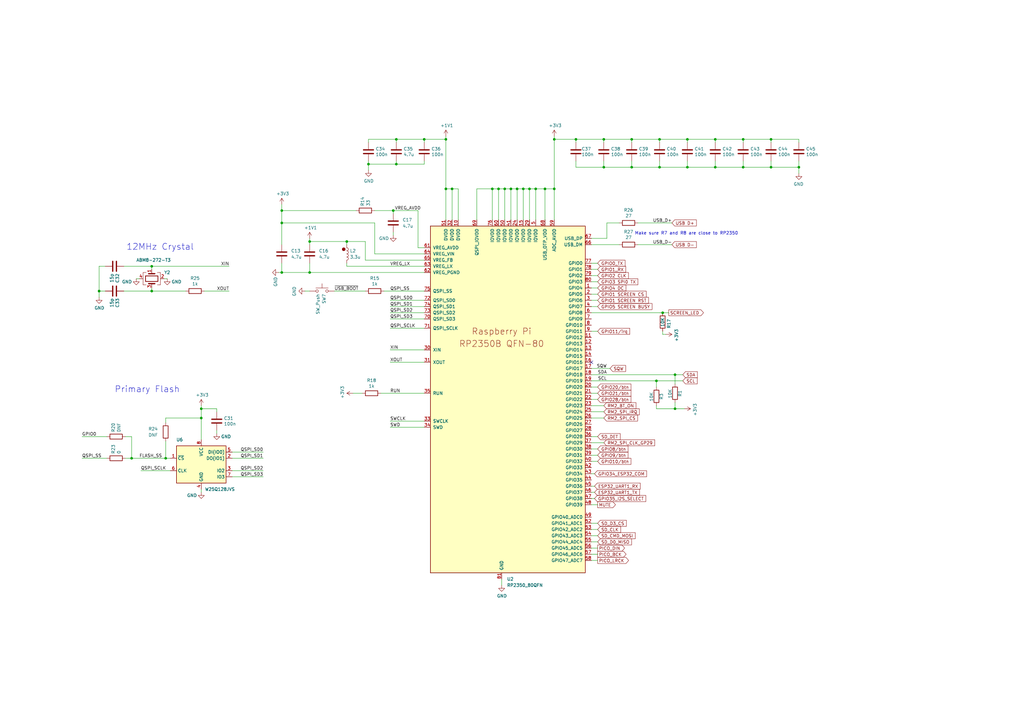
<source format=kicad_sch>
(kicad_sch (version 20250114) (generator "eeschema") (generator_version "9.0")
  (paper "A3")
  (lib_symbols
    (symbol "Device:C" (pin_numbers (hide yes)) (pin_names (offset 0.254))
      (property "Reference" "C" (at 0.635 2.54 0))
      (property "Value" "C" (at 0.635 -2.54 0))
      (symbol "C_0_1"
        (polyline (pts (xy -2.032 0.762) (xy 2.032 0.762)) (stroke (width 0.508)))
        (polyline (pts (xy -2.032 -0.762) (xy 2.032 -0.762)) (stroke (width 0.508)))
      )
      (symbol "C_1_1"
        (pin passive line (at 0 3.81 270) (length 2.794) (name "~") (number "1"))
        (pin passive line (at 0 -3.81 90) (length 2.794) (name "~") (number "2"))
      )
    )
    (symbol "Device:Crystal_GND24" (pin_names (offset 1.016) (hide yes))
      (property "Reference" "Y" (at 3.175 5.08 0))
      (property "Value" "Crystal_GND24" (at 3.175 3.175 0))
      (symbol "Crystal_GND24_0_1"
        (polyline (pts (xy -2.54 2.286) (xy -2.54 3.556) (xy 2.54 3.556) (xy 2.54 2.286)))
        (polyline (pts (xy -2.54 0) (xy -2.032 0)))
        (polyline (pts (xy -2.54 -2.286) (xy -2.54 -3.556) (xy 2.54 -3.556) (xy 2.54 -2.286)))
        (polyline (pts (xy -2.032 -1.27) (xy -2.032 1.27)) (stroke (width 0.508)))
        (rectangle (start -1.143 2.54) (end 1.143 -2.54) (stroke (width 0.3048)))
        (polyline (pts (xy 0 3.556) (xy 0 3.81)))
        (polyline (pts (xy 0 -3.81) (xy 0 -3.556)))
        (polyline (pts (xy 2.032 0) (xy 2.54 0)))
        (polyline (pts (xy 2.032 -1.27) (xy 2.032 1.27)) (stroke (width 0.508)))
      )
      (symbol "Crystal_GND24_1_1"
        (pin passive line (at -3.81 0 0) (length 1.27) (name "1") (number "1"))
        (pin passive line (at 0 5.08 270) (length 1.27) (name "2") (number "2"))
        (pin passive line (at 0 -5.08 90) (length 1.27) (name "4") (number "4"))
        (pin passive line (at 3.81 0 180) (length 1.27) (name "3") (number "3"))
      )
    )
    (symbol "Device:L" (pin_numbers (hide yes)) (pin_names (offset 1.016) (hide yes))
      (property "Reference" "L" (at -1.27 0 90))
      (property "Value" "L" (at 1.905 0 90))
      (symbol "L_0_1"
        (arc (start 0 2.54) (mid 0.6323 1.905) (end 0 1.27))
        (arc (start 0 1.27) (mid 0.6323 0.635) (end 0 0))
        (arc (start 0 0) (mid 0.6323 -0.635) (end 0 -1.27))
        (arc (start 0 -1.27) (mid 0.6323 -1.905) (end 0 -2.54))
      )
      (symbol "L_1_1"
        (pin passive line (at 0 3.81 270) (length 1.27) (name "1") (number "1"))
        (pin passive line (at 0 -3.81 90) (length 1.27) (name "2") (number "2"))
      )
    )
    (symbol "Device:R" (pin_numbers (hide yes)) (pin_names (offset 0))
      (property "Reference" "R" (at 2.032 0 90))
      (property "Value" "R" (at 0 0 90))
      (symbol "R_0_1"
        (rectangle (start -1.016 -2.54) (end 1.016 2.54) (stroke (width 0.254)))
      )
      (symbol "R_1_1"
        (pin passive line (at 0 3.81 270) (length 1.27) (name "~") (number "1"))
        (pin passive line (at 0 -3.81 90) (length 1.27) (name "~") (number "2"))
      )
    )
    (symbol "MCU_RaspberryPi_RP2350:RP2350_80QFN" (pin_names (offset 1.016))
      (property "Reference" "U" (at -29.21 49.53 0))
      (property "Value" "RP2350_80QFN" (at 25.4 -96.52 0))
      (symbol "RP2350_80QFN_0_0"
        (text "Raspberry Pi" (at 0 5.08 0) (effects (font (size 2.54 2.54))))
      )
      (symbol "RP2350_80QFN_0_1"
        (rectangle (start -29.21 48.26) (end 34.29 -93.98) (stroke (width 0.254)) (fill (type background)))
      )
      (symbol "RP2350_80QFN_1_0"
        (text "RP2350B QFN-80" (at 0 0 0) (effects (font (size 2.54 2.54))))
      )
      (symbol "RP2350_80QFN_1_1"
        (pin power_in line (at -31.75 39.37 0) (length 2.54) (name "VREG_AVDD") (number "61"))
        (pin power_in line (at -31.75 36.83 0) (length 2.54) (name "VREG_VIN") (number "64"))
        (pin input line (at -31.75 34.29 0) (length 2.54) (name "VREG_FB") (number "65"))
        (pin power_out line (at -31.75 31.75 0) (length 2.54) (name "VREG_LX") (number "63"))
        (pin power_in line (at -31.75 29.21 0) (length 2.54) (name "VREG_PGND") (number "62"))
        (pin bidirectional line (at -31.75 21.59 0) (length 2.54) (name "QSPI_SS") (number "75"))
        (pin bidirectional line (at -31.75 17.78 0) (length 2.54) (name "QSPI_SD0") (number "72"))
        (pin bidirectional line (at -31.75 15.24 0) (length 2.54) (name "QSPI_SD1") (number "74"))
        (pin bidirectional line (at -31.75 12.7 0) (length 2.54) (name "QSPI_SD2") (number "73"))
        (pin bidirectional line (at -31.75 10.16 0) (length 2.54) (name "QSPI_SD3") (number "70"))
        (pin output line (at -31.75 6.35 0) (length 2.54) (name "QSPI_SCLK") (number "71"))
        (pin input line (at -31.75 -2.54 0) (length 2.54) (name "XIN") (number "30"))
        (pin passive line (at -31.75 -7.62 0) (length 2.54) (name "XOUT") (number "31"))
        (pin input line (at -31.75 -20.32 0) (length 2.54) (name "RUN") (number "35"))
        (pin output line (at -31.75 -31.75 0) (length 2.54) (name "SWCLK") (number "33"))
        (pin bidirectional line (at -31.75 -34.29 0) (length 2.54) (name "SWD") (number "34"))
        (pin power_in line (at -22.86 50.8 270) (length 2.54) (name "DVDD") (number "51"))
        (pin power_in line (at -20.32 50.8 270) (length 2.54) (name "DVDD") (number "32"))
        (pin power_in line (at -17.78 50.8 270) (length 2.54) (name "DVDD") (number "10"))
        (pin power_in line (at -10.16 50.8 270) (length 2.54) (name "QSPI_IOVDD") (number "69"))
        (pin power_in line (at -3.81 50.8 270) (length 2.54) (name "IOVDD") (number "76"))
        (pin power_in line (at -1.27 50.8 270) (length 2.54) (name "IOVDD") (number "60"))
        (pin power_in line (at 0 -96.52 90) (length 2.54) (name "GND") (number "81"))
        (pin power_in line (at 1.27 50.8 270) (length 2.54) (name "IOVDD") (number "50"))
        (pin power_in line (at 3.81 50.8 270) (length 2.54) (name "IOVDD") (number "41"))
        (pin power_in line (at 6.35 50.8 270) (length 2.54) (name "IOVDD") (number "24"))
        (pin power_in line (at 8.89 50.8 270) (length 2.54) (name "IOVDD") (number "15"))
        (pin power_in line (at 11.43 50.8 270) (length 2.54) (name "IOVDD") (number "29"))
        (pin power_in line (at 13.97 50.8 270) (length 2.54) (name "IOVDD") (number "5"))
        (pin power_in line (at 17.78 50.8 270) (length 2.54) (name "USB_OTP_VDD") (number "68"))
        (pin power_in line (at 21.59 50.8 270) (length 2.54) (name "ADC_AVDD") (number "59"))
        (pin bidirectional line (at 36.83 43.18 180) (length 2.54) (name "USB_DP") (number "67"))
        (pin bidirectional line (at 36.83 40.64 180) (length 2.54) (name "USB_DM") (number "66"))
        (pin bidirectional line (at 36.83 33.02 180) (length 2.54) (name "GPIO0") (number "77"))
        (pin bidirectional line (at 36.83 30.48 180) (length 2.54) (name "GPIO1") (number "78"))
        (pin bidirectional line (at 36.83 27.94 180) (length 2.54) (name "GPIO2") (number "79"))
        (pin bidirectional line (at 36.83 25.4 180) (length 2.54) (name "GPIO3") (number "80"))
        (pin bidirectional line (at 36.83 22.86 180) (length 2.54) (name "GPIO4") (number "1"))
        (pin bidirectional line (at 36.83 20.32 180) (length 2.54) (name "GPIO5") (number "2"))
        (pin bidirectional line (at 36.83 17.78 180) (length 2.54) (name "GPIO6") (number "3"))
        (pin bidirectional line (at 36.83 15.24 180) (length 2.54) (name "GPIO7") (number "4"))
        (pin bidirectional line (at 36.83 12.7 180) (length 2.54) (name "GPIO8") (number "6"))
        (pin bidirectional line (at 36.83 10.16 180) (length 2.54) (name "GPIO9") (number "7"))
        (pin bidirectional line (at 36.83 7.62 180) (length 2.54) (name "GPIO10") (number "8"))
        (pin bidirectional line (at 36.83 5.08 180) (length 2.54) (name "GPIO11") (number "9"))
        (pin bidirectional line (at 36.83 2.54 180) (length 2.54) (name "GPIO12") (number "11"))
        (pin bidirectional line (at 36.83 0 180) (length 2.54) (name "GPIO13") (number "12"))
        (pin bidirectional line (at 36.83 -2.54 180) (length 2.54) (name "GPIO14") (number "13"))
        (pin bidirectional line (at 36.83 -5.08 180) (length 2.54) (name "GPIO15") (number "14"))
        (pin bidirectional line (at 36.83 -7.62 180) (length 2.54) (name "GPIO16") (number "16"))
        (pin bidirectional line (at 36.83 -10.16 180) (length 2.54) (name "GPIO17") (number "17"))
        (pin bidirectional line (at 36.83 -12.7 180) (length 2.54) (name "GPIO18") (number "18"))
        (pin bidirectional line (at 36.83 -15.24 180) (length 2.54) (name "GPIO19") (number "19"))
        (pin bidirectional line (at 36.83 -17.78 180) (length 2.54) (name "GPIO20") (number "20"))
        (pin bidirectional line (at 36.83 -20.32 180) (length 2.54) (name "GPIO21") (number "21"))
        (pin bidirectional line (at 36.83 -22.86 180) (length 2.54) (name "GPIO22") (number "22"))
        (pin bidirectional line (at 36.83 -25.4 180) (length 2.54) (name "GPIO23") (number "23"))
        (pin bidirectional line (at 36.83 -27.94 180) (length 2.54) (name "GPIO24") (number "25"))
        (pin bidirectional line (at 36.83 -30.48 180) (length 2.54) (name "GPIO25") (number "26"))
        (pin bidirectional line (at 36.83 -33.02 180) (length 2.54) (name "GPIO26") (number "27"))
        (pin bidirectional line (at 36.83 -35.56 180) (length 2.54) (name "GPIO27") (number "28"))
        (pin bidirectional line (at 36.83 -38.1 180) (length 2.54) (name "GPIO28") (number "36"))
        (pin bidirectional line (at 36.83 -40.64 180) (length 2.54) (name "GPIO29") (number "37"))
        (pin bidirectional line (at 36.83 -43.18 180) (length 2.54) (name "GPIO30") (number "38"))
        (pin bidirectional line (at 36.83 -45.72 180) (length 2.54) (name "GPIO31") (number "39"))
        (pin bidirectional line (at 36.83 -48.26 180) (length 2.54) (name "GPIO32") (number "40"))
        (pin bidirectional line (at 36.83 -50.8 180) (length 2.54) (name "GPIO33") (number "42"))
        (pin bidirectional line (at 36.83 -53.34 180) (length 2.54) (name "GPIO34") (number "43"))
        (pin bidirectional line (at 36.83 -55.88 180) (length 2.54) (name "GPIO35") (number "44"))
        (pin bidirectional line (at 36.83 -58.42 180) (length 2.54) (name "GPIO36") (number "45"))
        (pin bidirectional line (at 36.83 -60.96 180) (length 2.54) (name "GPIO37") (number "46"))
        (pin bidirectional line (at 36.83 -63.5 180) (length 2.54) (name "GPIO38") (number "47"))
        (pin bidirectional line (at 36.83 -66.04 180) (length 2.54) (name "GPIO39") (number "48"))
        (pin bidirectional line (at 36.83 -71.12 180) (length 2.54) (name "GPIO40_ADC0") (number "49"))
        (pin bidirectional line (at 36.83 -73.66 180) (length 2.54) (name "GPIO41_ADC1") (number "52"))
        (pin bidirectional line (at 36.83 -76.2 180) (length 2.54) (name "GPIO42_ADC2") (number "53"))
        (pin bidirectional line (at 36.83 -78.74 180) (length 2.54) (name "GPIO43_ADC3") (number "54"))
        (pin bidirectional line (at 36.83 -81.28 180) (length 2.54) (name "GPIO44_ADC4") (number "55"))
        (pin bidirectional line (at 36.83 -83.82 180) (length 2.54) (name "GPIO45_ADC5") (number "56"))
        (pin bidirectional line (at 36.83 -86.36 180) (length 2.54) (name "GPIO46_ADC6") (number "57"))
        (pin bidirectional line (at 36.83 -88.9 180) (length 2.54) (name "GPIO47_ADC7") (number "58"))
      )
    )
    (symbol "Memory_Flash:W25Q128JVS"
      (property "Reference" "U" (at -8.89 8.89 0))
      (property "Value" "W25Q128JVS" (at 7.62 8.89 0))
      (symbol "W25Q128JVS_0_1"
        (rectangle (start -10.16 7.62) (end 10.16 -7.62) (stroke (width 0.254)) (fill (type background)))
      )
      (symbol "W25Q128JVS_1_1"
        (pin input line (at -12.7 2.54 0) (length 2.54) (name "~{CS}") (number "1"))
        (pin input line (at -12.7 -2.54 0) (length 2.54) (name "CLK") (number "6"))
        (pin power_in line (at 0 10.16 270) (length 2.54) (name "VCC") (number "8"))
        (pin power_in line (at 0 -10.16 90) (length 2.54) (name "GND") (number "4"))
        (pin bidirectional line (at 12.7 5.08 180) (length 2.54) (name "DI(IO0)") (number "5"))
        (pin bidirectional line (at 12.7 2.54 180) (length 2.54) (name "DO(IO1)") (number "2"))
        (pin bidirectional line (at 12.7 -2.54 180) (length 2.54) (name "IO2") (number "3"))
        (pin bidirectional line (at 12.7 -5.08 180) (length 2.54) (name "IO3") (number "7"))
      )
    )
    (symbol "Switch:SW_Push" (pin_numbers (hide yes)) (pin_names (offset 1.016) (hide yes))
      (property "Reference" "SW" (at 1.27 2.54 0))
      (property "Value" "SW_Push" (at 0 -1.524 0))
      (symbol "SW_Push_0_1"
        (circle (center -2.032 0) (radius 0.508))
        (polyline (pts (xy 0 1.27) (xy 0 3.048)))
        (circle (center 2.032 0) (radius 0.508))
        (polyline (pts (xy 2.54 1.27) (xy -2.54 1.27)))
        (pin passive line (at -5.08 0 0) (length 2.54) (name "1") (number "1"))
        (pin passive line (at 5.08 0 180) (length 2.54) (name "2") (number "2"))
      )
    )
    (symbol "power:+1V1" (power) (pin_names (offset 0))
      (property "Value" "+1V1" (at 0 3.556 0))
      (symbol "+1V1_0_1"
        (polyline (pts (xy -0.762 1.27) (xy 0 2.54)))
        (polyline (pts (xy 0 2.54) (xy 0.762 1.27)))
        (polyline (pts (xy 0 0) (xy 0 2.54)))
      )
      (symbol "+1V1_1_1"
        (pin power_in line (at 0 0 90) (length 0) (hide yes) (name "+1V1") (number "1"))
      )
    )
    (symbol "power:+3V3" (power) (pin_names (offset 0))
      (property "Value" "+3V3" (at 0 3.556 0))
      (symbol "+3V3_0_1"
        (polyline (pts (xy -0.762 1.27) (xy 0 2.54)))
        (polyline (pts (xy 0 2.54) (xy 0.762 1.27)))
        (polyline (pts (xy 0 0) (xy 0 2.54)))
      )
      (symbol "+3V3_1_1"
        (pin power_in line (at 0 0 90) (length 0) (hide yes) (name "+3V3") (number "1"))
      )
    )
    (symbol "power:GND" (power) (pin_names (offset 0))
      (property "Value" "GND" (at 0 -3.81 0))
      (symbol "GND_0_1"
        (polyline (pts (xy 0 0) (xy 0 -1.27) (xy 1.27 -1.27) (xy 0 -2.54) (xy -1.27 -1.27) (xy 0 -1.27)))
      )
      (symbol "GND_1_1"
        (pin power_in line (at 0 0 270) (length 0) (hide yes) (name "GND") (number "1"))
      )
    )
  )
  (circle (center 140.97 102.235) (radius 0.635) (stroke (width 0) (color 132 0 0 1)) (fill (type color) (color 132 0 0 1)))
  (text "Make sure R7 and R8 are close to RP2350\n" (at 260.35 96.52 0) (effects (font (size 1.27 1.27)) (justify left bottom)))
  (text "12MHz Crystal" (at 51.816 102.87 0) (effects (font (size 2.54 2.54)) (justify left bottom)))
  (text "Primary Flash" (at 46.99 161.29 0) (effects (font (size 2.54 2.54)) (justify left bottom)))
  (junction (at 259.08 57.15))
  (junction (at 53.975 187.96))
  (junction (at 270.51 57.15))
  (junction (at 293.37 57.15))
  (junction (at 142.24 99.06))
  (junction (at 162.56 67.31))
  (junction (at 151.13 67.31))
  (junction (at 115.57 91.44))
  (junction (at 281.94 68.58))
  (junction (at 62.23 109.22))
  (junction (at 173.99 57.15))
  (junction (at 219.71 77.47))
  (junction (at 182.88 57.15))
  (junction (at 62.23 119.38))
  (junction (at 185.42 77.47))
  (junction (at 293.37 68.58))
  (junction (at 82.55 171.45))
  (junction (at 115.57 86.36))
  (junction (at 214.63 77.47))
  (junction (at 212.09 77.47))
  (junction (at 127 99.06))
  (junction (at 281.94 57.15))
  (junction (at 316.23 68.58))
  (junction (at 209.55 77.47))
  (junction (at 204.47 77.47))
  (junction (at 276.86 167.64))
  (junction (at 127 111.76))
  (junction (at 67.945 187.96))
  (junction (at 247.65 57.15))
  (junction (at 270.51 68.58))
  (junction (at 276.86 153.67))
  (junction (at 82.55 167.64))
  (junction (at 115.57 111.76))
  (junction (at 182.88 77.47))
  (junction (at 217.17 77.47))
  (junction (at 236.22 57.15))
  (junction (at 227.33 77.47))
  (junction (at 161.29 86.36))
  (junction (at 162.56 57.15))
  (junction (at 327.66 68.58))
  (junction (at 227.33 57.15))
  (junction (at 40.64 119.38))
  (junction (at 247.65 68.58))
  (junction (at 271.78 128.27))
  (junction (at 316.23 57.15))
  (junction (at 201.93 77.47))
  (junction (at 269.24 156.21))
  (junction (at 304.8 57.15))
  (junction (at 259.08 68.58))
  (junction (at 304.8 68.58))
  (junction (at 223.52 77.47))
  (junction (at 207.01 77.47))
  (no_connect (at 242.57 148.59))
  (wire (pts (xy 242.57 128.27) (xy 271.78 128.27)))
  (wire (pts (xy 243.84 201.93) (xy 242.57 201.93)))
  (wire (pts (xy 127 119.38) (xy 125.095 119.38)))
  (wire (pts (xy 88.9 167.64) (xy 82.55 167.64)))
  (wire (pts (xy 173.99 58.42) (xy 173.99 57.15)))
  (wire (pts (xy 245.11 186.69) (xy 242.57 186.69)))
  (wire (pts (xy 269.24 158.75) (xy 269.24 156.21)))
  (wire (pts (xy 50.8 119.38) (xy 62.23 119.38)))
  (wire (pts (xy 293.37 68.58) (xy 281.94 68.58)))
  (wire (pts (xy 209.55 90.17) (xy 209.55 77.47)))
  (wire (pts (xy 281.94 68.58) (xy 270.51 68.58)))
  (wire (pts (xy 269.24 156.21) (xy 280.035 156.21)))
  (wire (pts (xy 245.11 189.23) (xy 242.57 189.23)))
  (wire (pts (xy 304.8 57.15) (xy 316.23 57.15)))
  (wire (pts (xy 162.56 67.31) (xy 173.99 67.31)))
  (wire (pts (xy 151.13 67.31) (xy 151.13 69.85)))
  (wire (pts (xy 245.11 118.11) (xy 242.57 118.11)))
  (wire (pts (xy 304.8 68.58) (xy 293.37 68.58)))
  (wire (pts (xy 245.11 123.19) (xy 242.57 123.19)))
  (wire (pts (xy 173.99 134.62) (xy 160.02 134.62)))
  (wire (pts (xy 40.64 109.22) (xy 40.64 119.38)))
  (wire (pts (xy 127 97.79) (xy 127 99.06)))
  (wire (pts (xy 245.11 207.01) (xy 242.57 207.01)))
  (wire (pts (xy 195.58 90.17) (xy 195.58 77.47)))
  (wire (pts (xy 67.945 187.96) (xy 69.85 187.96)))
  (wire (pts (xy 217.17 77.47) (xy 219.71 77.47)))
  (wire (pts (xy 245.11 219.71) (xy 242.57 219.71)))
  (wire (pts (xy 115.57 91.44) (xy 115.57 100.33)))
  (wire (pts (xy 276.86 167.64) (xy 276.86 165.1)))
  (wire (pts (xy 242.57 194.31) (xy 243.84 194.31)))
  (wire (pts (xy 270.51 57.15) (xy 281.94 57.15)))
  (wire (pts (xy 153.67 104.14) (xy 173.99 104.14)))
  (wire (pts (xy 327.66 66.04) (xy 327.66 68.58)))
  (wire (pts (xy 304.8 58.42) (xy 304.8 57.15)))
  (wire (pts (xy 82.55 167.64) (xy 82.55 171.45)))
  (wire (pts (xy 115.57 86.36) (xy 146.05 86.36)))
  (wire (pts (xy 280.035 153.67) (xy 276.86 153.67)))
  (wire (pts (xy 280.67 167.64) (xy 276.86 167.64)))
  (wire (pts (xy 40.64 119.38) (xy 40.64 121.92)))
  (wire (pts (xy 293.37 57.15) (xy 304.8 57.15)))
  (wire (pts (xy 142.24 99.06) (xy 142.24 100.33)))
  (wire (pts (xy 201.93 90.17) (xy 201.93 77.47)))
  (wire (pts (xy 316.23 68.58) (xy 304.8 68.58)))
  (wire (pts (xy 127 107.95) (xy 127 111.76)))
  (wire (pts (xy 127 111.76) (xy 173.99 111.76)))
  (wire (pts (xy 247.65 58.42) (xy 247.65 57.15)))
  (wire (pts (xy 245.11 158.75) (xy 242.57 158.75)))
  (wire (pts (xy 247.65 181.61) (xy 242.57 181.61)))
  (wire (pts (xy 245.11 125.73) (xy 242.57 125.73)))
  (wire (pts (xy 173.99 148.59) (xy 160.02 148.59)))
  (wire (pts (xy 259.08 57.15) (xy 270.51 57.15)))
  (wire (pts (xy 247.65 68.58) (xy 236.22 68.58)))
  (wire (pts (xy 223.52 77.47) (xy 227.33 77.47)))
  (wire (pts (xy 160.02 128.27) (xy 173.99 128.27)))
  (wire (pts (xy 144.78 161.29) (xy 148.59 161.29)))
  (wire (pts (xy 160.02 143.51) (xy 173.99 143.51)))
  (wire (pts (xy 223.52 90.17) (xy 223.52 77.47)))
  (wire (pts (xy 245.11 113.03) (xy 242.57 113.03)))
  (wire (pts (xy 276.86 167.64) (xy 269.24 167.64)))
  (wire (pts (xy 88.9 176.53) (xy 88.9 177.8)))
  (wire (pts (xy 245.11 110.49) (xy 242.57 110.49)))
  (wire (pts (xy 67.31 114.3) (xy 68.58 114.3)))
  (wire (pts (xy 219.71 77.47) (xy 223.52 77.47)))
  (wire (pts (xy 95.25 193.04) (xy 107.95 193.04)))
  (wire (pts (xy 209.55 77.47) (xy 212.09 77.47)))
  (wire (pts (xy 95.25 185.42) (xy 107.95 185.42)))
  (wire (pts (xy 245.11 179.07) (xy 242.57 179.07)))
  (wire (pts (xy 162.56 57.15) (xy 173.99 57.15)))
  (wire (pts (xy 281.94 58.42) (xy 281.94 57.15)))
  (wire (pts (xy 207.01 90.17) (xy 207.01 77.47)))
  (wire (pts (xy 33.655 179.07) (xy 43.815 179.07)))
  (wire (pts (xy 162.56 66.04) (xy 162.56 67.31)))
  (wire (pts (xy 245.11 161.29) (xy 242.57 161.29)))
  (wire (pts (xy 82.55 171.45) (xy 82.55 180.34)))
  (wire (pts (xy 55.88 114.3) (xy 57.15 114.3)))
  (wire (pts (xy 151.13 58.42) (xy 151.13 57.15)))
  (wire (pts (xy 115.57 107.95) (xy 115.57 111.76)))
  (wire (pts (xy 33.655 187.96) (xy 43.815 187.96)))
  (wire (pts (xy 151.13 67.31) (xy 162.56 67.31)))
  (wire (pts (xy 242.57 224.79) (xy 245.11 224.79)))
  (wire (pts (xy 142.24 109.22) (xy 142.24 107.95)))
  (wire (pts (xy 219.71 77.47) (xy 219.71 90.17)))
  (wire (pts (xy 245.11 135.89) (xy 242.57 135.89)))
  (wire (pts (xy 83.82 119.38) (xy 93.98 119.38)))
  (wire (pts (xy 153.67 91.44) (xy 153.67 104.14)))
  (wire (pts (xy 281.94 57.15) (xy 293.37 57.15)))
  (wire (pts (xy 245.11 120.65) (xy 242.57 120.65)))
  (wire (pts (xy 276.86 157.48) (xy 276.86 153.67)))
  (wire (pts (xy 95.25 195.58) (xy 107.95 195.58)))
  (wire (pts (xy 88.9 168.91) (xy 88.9 167.64)))
  (wire (pts (xy 261.62 91.44) (xy 275.59 91.44)))
  (wire (pts (xy 316.23 66.04) (xy 316.23 68.58)))
  (wire (pts (xy 247.65 66.04) (xy 247.65 68.58)))
  (wire (pts (xy 227.33 57.15) (xy 236.22 57.15)))
  (wire (pts (xy 156.21 161.29) (xy 173.99 161.29)))
  (wire (pts (xy 115.57 111.76) (xy 127 111.76)))
  (wire (pts (xy 293.37 66.04) (xy 293.37 68.58)))
  (wire (pts (xy 327.66 68.58) (xy 327.66 71.12)))
  (wire (pts (xy 316.23 58.42) (xy 316.23 57.15)))
  (wire (pts (xy 173.99 67.31) (xy 173.99 66.04)))
  (wire (pts (xy 57.785 193.04) (xy 69.85 193.04)))
  (wire (pts (xy 161.29 86.36) (xy 161.29 87.63)))
  (wire (pts (xy 173.99 175.26) (xy 160.02 175.26)))
  (wire (pts (xy 67.945 171.45) (xy 82.55 171.45)))
  (wire (pts (xy 185.42 77.47) (xy 187.96 77.47)))
  (wire (pts (xy 207.01 77.47) (xy 209.55 77.47)))
  (wire (pts (xy 182.88 57.15) (xy 182.88 77.47)))
  (wire (pts (xy 204.47 90.17) (xy 204.47 77.47)))
  (wire (pts (xy 242.57 227.33) (xy 245.11 227.33)))
  (wire (pts (xy 127 100.33) (xy 127 99.06)))
  (wire (pts (xy 43.18 119.38) (xy 40.64 119.38)))
  (wire (pts (xy 115.57 86.36) (xy 115.57 91.44)))
  (wire (pts (xy 270.51 68.58) (xy 259.08 68.58)))
  (wire (pts (xy 281.94 66.04) (xy 281.94 68.58)))
  (wire (pts (xy 149.86 119.38) (xy 137.16 119.38)))
  (wire (pts (xy 273.05 137.16) (xy 271.78 137.16)))
  (wire (pts (xy 304.8 66.04) (xy 304.8 68.58)))
  (wire (pts (xy 259.08 58.42) (xy 259.08 57.15)))
  (wire (pts (xy 201.93 77.47) (xy 204.47 77.47)))
  (wire (pts (xy 115.57 91.44) (xy 153.67 91.44)))
  (wire (pts (xy 227.33 57.15) (xy 227.33 77.47)))
  (wire (pts (xy 160.02 130.81) (xy 173.99 130.81)))
  (wire (pts (xy 204.47 77.47) (xy 207.01 77.47)))
  (wire (pts (xy 67.945 180.975) (xy 67.945 187.96)))
  (wire (pts (xy 115.57 83.82) (xy 115.57 86.36)))
  (wire (pts (xy 243.84 199.39) (xy 242.57 199.39)))
  (wire (pts (xy 245.11 217.17) (xy 242.57 217.17)))
  (wire (pts (xy 293.37 58.42) (xy 293.37 57.15)))
  (wire (pts (xy 173.99 57.15) (xy 182.88 57.15)))
  (wire (pts (xy 62.23 118.11) (xy 62.23 119.38)))
  (wire (pts (xy 245.11 115.57) (xy 242.57 115.57)))
  (wire (pts (xy 270.51 66.04) (xy 270.51 68.58)))
  (wire (pts (xy 182.88 77.47) (xy 182.88 90.17)))
  (wire (pts (xy 242.57 156.21) (xy 269.24 156.21)))
  (wire (pts (xy 51.435 179.07) (xy 53.975 179.07)))
  (wire (pts (xy 82.55 200.66) (xy 82.55 201.93)))
  (wire (pts (xy 151.13 66.04) (xy 151.13 67.31)))
  (wire (pts (xy 62.23 110.49) (xy 62.23 109.22)))
  (wire (pts (xy 245.11 107.95) (xy 242.57 107.95)))
  (wire (pts (xy 67.945 173.355) (xy 67.945 171.45)))
  (wire (pts (xy 62.23 119.38) (xy 76.2 119.38)))
  (wire (pts (xy 50.8 109.22) (xy 62.23 109.22)))
  (wire (pts (xy 243.84 204.47) (xy 242.57 204.47)))
  (wire (pts (xy 53.975 187.96) (xy 67.945 187.96)))
  (wire (pts (xy 171.45 86.36) (xy 171.45 101.6)))
  (wire (pts (xy 214.63 77.47) (xy 217.17 77.47)))
  (wire (pts (xy 242.57 151.13) (xy 250.19 151.13)))
  (wire (pts (xy 247.65 168.91) (xy 242.57 168.91)))
  (wire (pts (xy 227.33 55.88) (xy 227.33 57.15)))
  (wire (pts (xy 242.57 100.33) (xy 254 100.33)))
  (wire (pts (xy 242.57 229.87) (xy 245.11 229.87)))
  (wire (pts (xy 53.975 179.07) (xy 53.975 187.96)))
  (wire (pts (xy 227.33 77.47) (xy 227.33 90.17)))
  (wire (pts (xy 248.92 91.44) (xy 248.92 97.79)))
  (wire (pts (xy 185.42 77.47) (xy 182.88 77.47)))
  (wire (pts (xy 43.18 109.22) (xy 40.64 109.22)))
  (wire (pts (xy 161.29 96.52) (xy 161.29 95.25)))
  (wire (pts (xy 161.29 86.36) (xy 171.45 86.36)))
  (wire (pts (xy 271.78 128.27) (xy 274.32 128.27)))
  (wire (pts (xy 248.92 91.44) (xy 254 91.44)))
  (wire (pts (xy 153.67 86.36) (xy 161.29 86.36)))
  (wire (pts (xy 214.63 77.47) (xy 214.63 90.17)))
  (wire (pts (xy 245.11 222.25) (xy 242.57 222.25)))
  (wire (pts (xy 236.22 57.15) (xy 247.65 57.15)))
  (wire (pts (xy 236.22 66.04) (xy 236.22 68.58)))
  (wire (pts (xy 316.23 57.15) (xy 327.66 57.15)))
  (wire (pts (xy 149.86 106.68) (xy 149.86 99.06)))
  (wire (pts (xy 182.88 55.88) (xy 182.88 57.15)))
  (wire (pts (xy 269.24 166.37) (xy 269.24 167.64)))
  (wire (pts (xy 242.57 97.79) (xy 248.92 97.79)))
  (wire (pts (xy 236.22 58.42) (xy 236.22 57.15)))
  (wire (pts (xy 162.56 58.42) (xy 162.56 57.15)))
  (wire (pts (xy 245.11 163.83) (xy 242.57 163.83)))
  (wire (pts (xy 327.66 58.42) (xy 327.66 57.15)))
  (wire (pts (xy 151.13 57.15) (xy 162.56 57.15)))
  (wire (pts (xy 82.55 166.37) (xy 82.55 167.64)))
  (wire (pts (xy 160.02 125.73) (xy 173.99 125.73)))
  (wire (pts (xy 271.78 137.16) (xy 271.78 135.89)))
  (wire (pts (xy 212.09 77.47) (xy 214.63 77.47)))
  (wire (pts (xy 173.99 106.68) (xy 149.86 106.68)))
  (wire (pts (xy 261.62 100.33) (xy 275.59 100.33)))
  (wire (pts (xy 142.24 109.22) (xy 173.99 109.22)))
  (wire (pts (xy 95.25 187.96) (xy 107.95 187.96)))
  (wire (pts (xy 259.08 66.04) (xy 259.08 68.58)))
  (wire (pts (xy 195.58 77.47) (xy 201.93 77.47)))
  (wire (pts (xy 259.08 68.58) (xy 247.65 68.58)))
  (wire (pts (xy 247.65 166.37) (xy 242.57 166.37)))
  (wire (pts (xy 160.02 123.19) (xy 173.99 123.19)))
  (wire (pts (xy 149.86 99.06) (xy 142.24 99.06)))
  (wire (pts (xy 127 99.06) (xy 142.24 99.06)))
  (wire (pts (xy 157.48 119.38) (xy 173.99 119.38)))
  (wire (pts (xy 270.51 58.42) (xy 270.51 57.15)))
  (wire (pts (xy 114.3 111.76) (xy 115.57 111.76)))
  (wire (pts (xy 187.96 77.47) (xy 187.96 90.17)))
  (wire (pts (xy 171.45 101.6) (xy 173.99 101.6)))
  (wire (pts (xy 212.09 90.17) (xy 212.09 77.47)))
  (wire (pts (xy 173.99 172.72) (xy 160.02 172.72)))
  (wire (pts (xy 245.11 184.15) (xy 242.57 184.15)))
  (wire (pts (xy 247.65 57.15) (xy 259.08 57.15)))
  (wire (pts (xy 51.435 187.96) (xy 53.975 187.96)))
  (wire (pts (xy 245.11 214.63) (xy 242.57 214.63)))
  (wire (pts (xy 217.17 90.17) (xy 217.17 77.47)))
  (wire (pts (xy 205.74 237.49) (xy 205.74 240.03)))
  (wire (pts (xy 242.57 153.67) (xy 276.86 153.67)))
  (wire (pts (xy 185.42 90.17) (xy 185.42 77.47)))
  (wire (pts (xy 327.66 68.58) (xy 316.23 68.58)))
  (wire (pts (xy 247.65 171.45) (xy 242.57 171.45)))
  (wire (pts (xy 62.23 109.22) (xy 93.98 109.22)))
  (label "QSPI_SS" (at 33.655 187.96 0))
  (label "QSPI_SD1" (at 107.95 187.96 180))
  (label "SQW" (at 248.92 151.13 180))
  (label "QSPI_SD2" (at 107.95 193.04 180))
  (label "SDA" (at 248.92 153.67 180))
  (label "GPIO0" (at 33.655 179.07 0))
  (label "QSPI_SCLK" (at 57.785 193.04 0))
  (label "VREG_AVDD" (at 161.925 86.36 0))
  (label "VREG_LX" (at 160.02 109.22 0))
  (label "XIN" (at 160.02 143.51 0))
  (label "QSPI_SD3" (at 107.95 195.58 180))
  (label "XIN" (at 93.98 109.22 180))
  (label "SWD" (at 160.02 175.26 0))
  (label "RUN" (at 160.02 161.29 0))
  (label "QSPI_SS" (at 160.02 119.38 0))
  (label "QSPI_SCLK" (at 160.02 134.62 0))
  (label "USB_D+" (at 275.59 91.44 180))
  (label "~{USB_BOOT}" (at 137.16 119.38 0))
  (label "SWCLK" (at 160.02 172.72 0))
  (label "FLASH_SS" (at 57.15 187.96 0))
  (label "QSPI_SD1" (at 160.02 125.73 0))
  (label "USB_D-" (at 275.59 100.33 180))
  (label "SCL" (at 248.92 156.21 180))
  (label "XOUT" (at 160.02 148.59 0))
  (label "QSPI_SD2" (at 160.02 128.27 0))
  (label "XOUT" (at 93.98 119.38 180))
  (label "QSPI_SD3" (at 160.02 130.81 0))
  (label "QSPI_SD0" (at 107.95 185.42 180))
  (label "QSPI_SD0" (at 160.02 123.19 0))
  (global_label "GPIO5 SCREEN BUSY" (shape input) (at 245.11 125.73 0) (property "Intersheetrefs" "${INTERSHEET_REFS}" (effects (hide yes))))
  (global_label "GPIO4 DC" (shape input) (at 245.11 118.11 0) (property "Intersheetrefs" "${INTERSHEET_REFS}" (effects (hide yes))))
  (global_label "GPIO20{slash}btn" (shape input) (at 245.11 158.75 0) (property "Intersheetrefs" "${INTERSHEET_REFS}" (effects (hide yes))))
  (global_label "GPIO28{slash}btn" (shape input) (at 245.11 163.83 0) (property "Intersheetrefs" "${INTERSHEET_REFS}" (effects (hide yes))))
  (global_label "SD_DET" (shape input) (at 245.11 179.07 0) (property "Intersheetrefs" "${INTERSHEET_REFS}" (effects (hide yes))))
  (global_label "SCL" (shape input) (at 280.035 156.21 0) (property "Intersheetrefs" "${INTERSHEET_REFS}" (effects (hide yes))))
  (global_label "PICO_BCK" (shape output) (at 245.11 227.33 0) (property "Intersheetrefs" "${INTERSHEET_REFS}" (effects (hide yes))))
  (global_label "GPIO1 SCREEN RST" (shape input) (at 245.11 123.19 0) (property "Intersheetrefs" "${INTERSHEET_REFS}" (effects (hide yes))))
  (global_label "GPIO10{slash}btn" (shape input) (at 245.11 189.23 0) (property "Intersheetrefs" "${INTERSHEET_REFS}" (effects (hide yes))))
  (global_label "SQW" (shape input) (at 250.19 151.13 0) (property "Intersheetrefs" "${INTERSHEET_REFS}" (effects (hide yes))))
  (global_label "PICO_DIN" (shape output) (at 245.11 224.79 0) (property "Intersheetrefs" "${INTERSHEET_REFS}" (effects (hide yes))))
  (global_label "MUTE" (shape output) (at 245.11 207.01 0) (property "Intersheetrefs" "${INTERSHEET_REFS}" (effects (hide yes))))
  (global_label "RM2_BT_ON" (shape input) (at 247.65 166.37 0) (property "Intersheetrefs" "${INTERSHEET_REFS}" (effects (hide yes))))
  (global_label "RM2_SPI_CLK_GP29" (shape input) (at 247.65 181.61 0) (property "Intersheetrefs" "${INTERSHEET_REFS}" (effects (hide yes))))
  (global_label "ESP32_UART1_TX" (shape input) (at 243.84 201.93 0) (property "Intersheetrefs" "${INTERSHEET_REFS}" (effects (hide yes))))
  (global_label "GPIO1_RX" (shape input) (at 245.11 110.49 0) (property "Intersheetrefs" "${INTERSHEET_REFS}" (effects (hide yes))))
  (global_label "SD_CMD_MOSI" (shape input) (at 245.11 219.71 0) (property "Intersheetrefs" "${INTERSHEET_REFS}" (effects (hide yes))))
  (global_label "USB D+" (shape input) (at 275.59 91.44 0) (property "Intersheetrefs" "${INTERSHEET_REFS}" (effects (hide yes))))
  (global_label "GPIO9{slash}btn" (shape input) (at 245.11 186.69 0) (property "Intersheetrefs" "${INTERSHEET_REFS}" (effects (hide yes))))
  (global_label "GPIO1 SCREEN CS" (shape input) (at 245.11 120.65 0) (property "Intersheetrefs" "${INTERSHEET_REFS}" (effects (hide yes))))
  (global_label "GPIO0_TX" (shape input) (at 245.11 107.95 0) (property "Intersheetrefs" "${INTERSHEET_REFS}" (effects (hide yes))))
  (global_label "GPIO34_ESP32_COM" (shape input) (at 243.84 194.31 0) (property "Intersheetrefs" "${INTERSHEET_REFS}" (effects (hide yes))))
  (global_label "RM2_SPI_CS" (shape input) (at 247.65 171.45 0) (property "Intersheetrefs" "${INTERSHEET_REFS}" (effects (hide yes))))
  (global_label "GPIO3 SPI0 TX" (shape input) (at 245.11 115.57 0) (property "Intersheetrefs" "${INTERSHEET_REFS}" (effects (hide yes))))
  (global_label "GPIO2 CLK" (shape input) (at 245.11 113.03 0) (property "Intersheetrefs" "${INTERSHEET_REFS}" (effects (hide yes))))
  (global_label "SCREEN_LED" (shape output) (at 274.32 128.27 0) (property "Intersheetrefs" "${INTERSHEET_REFS}" (effects (hide yes))))
  (global_label "SD_D3_CS" (shape input) (at 245.11 214.63 0) (property "Intersheetrefs" "${INTERSHEET_REFS}" (effects (hide yes))))
  (global_label "PICO_LRCK" (shape output) (at 245.11 229.87 0) (property "Intersheetrefs" "${INTERSHEET_REFS}" (effects (hide yes))))
  (global_label "SDA" (shape input) (at 280.035 153.67 0) (property "Intersheetrefs" "${INTERSHEET_REFS}" (effects (hide yes))))
  (global_label "GPIO35_I2S_SELECT" (shape input) (at 243.84 204.47 0) (property "Intersheetrefs" "${INTERSHEET_REFS}" (effects (hide yes))))
  (global_label "SD_D0_MISO" (shape input) (at 245.11 222.25 0) (property "Intersheetrefs" "${INTERSHEET_REFS}" (effects (hide yes))))
  (global_label "SD_CLK" (shape input) (at 245.11 217.17 0) (property "Intersheetrefs" "${INTERSHEET_REFS}" (effects (hide yes))))
  (global_label "RM2_SPI_IRQ" (shape input) (at 247.65 168.91 0) (property "Intersheetrefs" "${INTERSHEET_REFS}" (effects (hide yes))))
  (global_label "ESP32_UART1_RX" (shape input) (at 243.84 199.39 0) (property "Intersheetrefs" "${INTERSHEET_REFS}" (effects (hide yes))))
  (global_label "GPIO11{slash}irq" (shape input) (at 245.11 135.89 0) (property "Intersheetrefs" "${INTERSHEET_REFS}" (effects (hide yes))))
  (global_label "GPIO8{slash}btn" (shape input) (at 245.11 184.15 0) (property "Intersheetrefs" "${INTERSHEET_REFS}" (effects (hide yes))))
  (global_label "GPIO21{slash}btn" (shape input) (at 245.11 161.29 0) (property "Intersheetrefs" "${INTERSHEET_REFS}" (effects (hide yes))))
  (global_label "USB D-" (shape input) (at 275.59 100.33 0) (property "Intersheetrefs" "${INTERSHEET_REFS}" (effects (hide yes))))
  (symbol (lib_id "Device:R") (at 257.81 91.44 270) (unit 1)
    (property "Reference" "R26" (at 257.81 86.1822 90))
    (property "Value" "27" (at 257.81 88.4936 90))
    (property "Footprint" "Resistor_SMD:R_0402_1005Metric" (effects (hide yes)))
  )
  (symbol (lib_id "power:+3V3") (at 273.05 137.16 270) (unit 1)
    (property "Reference" "#PWR06" (effects (hide yes)))
    (property "Value" "+3V3" (at 277.4442 137.541 0))
  )
  (symbol (lib_id "Device:C") (at 304.8 62.23 0) (unit 1)
    (property "Reference" "C43" (at 307.721 61.0616 0) (effects (justify left)))
    (property "Value" "100n" (at 307.721 63.373 0) (effects (justify left)))
    (property "Footprint" "Capacitor_SMD:C_0402_1005Metric" (effects (hide yes)))
  )
  (symbol (lib_id "Device:C") (at 281.94 62.23 0) (unit 1)
    (property "Reference" "C41" (at 284.861 61.0616 0) (effects (justify left)))
    (property "Value" "100n" (at 284.861 63.373 0) (effects (justify left)))
    (property "Footprint" "Capacitor_SMD:C_0402_1005Metric" (effects (hide yes)))
  )
  (symbol (lib_id "power:GND") (at 205.74 240.03 0) (unit 1)
    (property "Reference" "#PWR0101" (effects (hide yes)))
    (property "Value" "GND" (at 205.867 244.4242 0))
  )
  (symbol (lib_id "Device:R") (at 257.81 100.33 270) (unit 1)
    (property "Reference" "R27" (at 257.81 95.0722 90))
    (property "Value" "27" (at 257.81 97.3836 90))
    (property "Footprint" "Resistor_SMD:R_0402_1005Metric" (effects (hide yes)))
  )
  (symbol (lib_id "power:GND") (at 327.66 71.12 0) (mirror y) (unit 1)
    (property "Reference" "#PWR099" (effects (hide yes)))
    (property "Value" "GND" (at 327.533 75.5142 0))
  )
  (symbol (lib_id "power:GND") (at 151.13 69.85 0) (unit 1)
    (property "Reference" "#PWR096" (effects (hide yes)))
    (property "Value" "GND" (at 151.257 74.2442 0))
  )
  (symbol (lib_id "power:GND") (at 82.55 201.93 0) (unit 1)
    (property "Reference" "#PWR073" (effects (hide yes)))
    (property "Value" "GND" (at 78.74 203.2 0))
  )
  (symbol (lib_id "power:+3V3") (at 280.67 167.64 270) (unit 1)
    (property "Reference" "#PWR07" (effects (hide yes)))
    (property "Value" "+3V3" (at 285.0642 168.021 0))
  )
  (symbol (lib_id "Device:R") (at 47.625 187.96 90) (unit 1)
    (property "Reference" "R23" (at 46.4566 186.182 0) (effects (justify left)))
    (property "Value" "0" (at 48.768 186.182 0) (effects (justify left)))
    (property "Footprint" "Resistor_SMD:R_0402_1005Metric" (effects (hide yes)))
  )
  (symbol (lib_id "Device:C") (at 259.08 62.23 0) (unit 1)
    (property "Reference" "C39" (at 262.001 61.0616 0) (effects (justify left)))
    (property "Value" "100n" (at 262.001 63.373 0) (effects (justify left)))
    (property "Footprint" "Capacitor_SMD:C_0402_1005Metric" (effects (hide yes)))
  )
  (symbol (lib_id "Device:C") (at 161.29 91.44 0) (unit 1)
    (property "Reference" "C17" (at 165.1 90.17 0) (effects (justify left)))
    (property "Value" "4.7u" (at 165.1 92.71 0) (effects (justify left)))
    (property "Footprint" "Capacitor_SMD:C_0402_1005Metric" (effects (hide yes)))
  )
  (symbol (lib_id "Device:L") (at 142.24 104.14 0) (unit 1)
    (property "Reference" "L2" (at 143.51 102.87 0) (effects (justify left)))
    (property "Value" "3.3u" (at 143.51 105.41 0) (effects (justify left)))
    (property "Footprint" "RP2350_80QFN_minimal:L_pol_2016" (effects (hide yes)))
  )
  (symbol (lib_id "power:GND") (at 88.9 177.8 0) (unit 1)
    (property "Reference" "#PWR076" (effects (hide yes)))
    (property "Value" "GND" (at 92.71 179.07 0))
  )
  (symbol (lib_id "Device:R") (at 47.625 179.07 90) (unit 1)
    (property "Reference" "R20" (at 46.4566 177.292 0) (effects (justify left)))
    (property "Value" "DNF" (at 48.768 177.292 0) (effects (justify left)))
    (property "Footprint" "Resistor_SMD:R_0402_1005Metric" (effects (hide yes)))
  )
  (symbol (lib_id "power:+1V1") (at 127 97.79 0) (unit 1)
    (property "Reference" "#PWR018" (effects (hide yes)))
    (property "Value" "+1V1" (at 127.381 93.3958 0))
  )
  (symbol (lib_id "Device:C") (at 173.99 62.23 0) (unit 1)
    (property "Reference" "C36" (at 176.911 61.0616 0) (effects (justify left)))
    (property "Value" "100n" (at 176.911 63.373 0) (effects (justify left)))
    (property "Footprint" "Capacitor_SMD:C_0402_1005Metric" (effects (hide yes)))
  )
  (symbol (lib_id "Device:C") (at 127 104.14 0) (unit 1)
    (property "Reference" "C16" (at 130.81 102.87 0) (effects (justify left)))
    (property "Value" "4.7u" (at 130.81 105.41 0) (effects (justify left)))
    (property "Footprint" "RP2350_80QFN_minimal:C_0402_1005Metric_small_pads" (effects (hide yes)))
  )
  (symbol (lib_id "Device:R") (at 149.86 86.36 90) (unit 1)
    (property "Reference" "R14" (at 148.6916 84.582 0) (effects (justify left)))
    (property "Value" "33" (at 151.003 84.582 0) (effects (justify left)))
    (property "Footprint" "Resistor_SMD:R_0402_1005Metric" (effects (hide yes)))
  )
  (symbol (lib_id "Device:R") (at 67.945 177.165 0) (mirror y) (unit 1)
    (property "Reference" "R24" (at 64.77 175.895 0) (effects (justify left)))
    (property "Value" "DNF" (at 64.77 178.435 0) (effects (justify left)))
    (property "Footprint" "Resistor_SMD:R_0402_1005Metric" (effects (hide yes)))
  )
  (symbol (lib_id "Memory_Flash:W25Q128JVS") (at 82.55 190.5 0) (unit 1)
    (property "Reference" "U6" (at 73.66 180.34 0))
    (property "Value" "W25Q128JVS" (at 90.17 200.66 0))
    (property "Footprint" "Package_SO:SOIC-8_5.3x5.3mm_P1.27mm" (effects (hide yes)))
    (property "Datasheet" "http://www.winbond.com/resource-files/w25q128jv_dtr%20revc%2003272018%20plus.pdf" (effects (hide yes)))
  )
  (symbol (lib_id "Device:C") (at 327.66 62.23 0) (unit 1)
    (property "Reference" "C45" (at 330.581 61.0616 0) (effects (justify left)))
    (property "Value" "100n" (at 330.581 63.373 0) (effects (justify left)))
    (property "Footprint" "Capacitor_SMD:C_0402_1005Metric" (effects (hide yes)))
  )
  (symbol (lib_id "power:GND") (at 40.64 121.92 0) (unit 1)
    (property "Reference" "#PWR077" (effects (hide yes)))
    (property "Value" "GND" (at 40.767 126.3142 0))
  )
  (symbol (lib_id "power:GND") (at 114.3 111.76 270) (mirror x) (unit 1)
    (property "Reference" "#PWR010" (effects (hide yes)))
    (property "Value" "GND" (at 113.03 115.57 0))
  )
  (symbol (lib_id "power:+3V3") (at 144.78 161.29 90) (unit 1)
    (property "Reference" "#PWR070" (effects (hide yes)))
    (property "Value" "+3V3" (at 140.3858 160.909 0))
  )
  (symbol (lib_id "MCU_RaspberryPi_RP2350:RP2350_80QFN") (at 205.74 140.97 0) (unit 1)
    (property "Reference" "U2" (at 207.9341 237.49 0) (effects (justify left)))
    (property "Value" "RP2350_80QFN" (at 207.9341 240.03 0) (effects (justify left)))
    (property "Footprint" "RP2350_80QFN_minimal:RP2350-QFN-80-1EP_10x10_P0.4mm_EP3.4x3.4mm_ThermalVias" (effects (hide yes)))
    (property "LCSC" "C39843328" (effects (hide yes)))
  )
  (symbol (lib_id "Device:R") (at 269.24 162.56 180) (unit 1)
    (property "Reference" "R3" (at 271.272 161.29 90) (effects (justify left)))
    (property "Value" "10K" (at 267.208 160.782 90) (effects (justify left)))
    (property "Footprint" "Resistor_SMD:R_0603_1608Metric" (effects (hide yes)))
    (property "LCSC" "C25744" (effects (hide yes)))
  )
  (symbol (lib_id "Switch:SW_Push") (at 132.08 119.38 0) (unit 1)
    (property "Reference" "SW7" (at 132.9147 120.523 90) (effects (justify right)))
    (property "Value" "SW_Push" (at 130.3778 120.523 90) (effects (justify right)))
    (property "Footprint" "Button_Switch_SMD:SW_Push_1P1T_NO_Vertical_Wuerth_434133025816" (effects (hide yes)))
  )
  (symbol (lib_id "power:GND") (at 55.88 114.3 0) (unit 1)
    (property "Reference" "#PWR078" (effects (hide yes)))
    (property "Value" "GND" (at 52.07 115.57 0))
  )
  (symbol (lib_id "power:GND") (at 68.58 114.3 0) (unit 1)
    (property "Reference" "#PWR093" (effects (hide yes)))
    (property "Value" "GND" (at 72.39 115.57 0))
  )
  (symbol (lib_id "Device:R") (at 276.86 161.29 180) (unit 1)
    (property "Reference" "R1" (at 278.892 160.02 90) (effects (justify left)))
    (property "Value" "10K" (at 274.828 159.512 90) (effects (justify left)))
    (property "Footprint" "Resistor_SMD:R_0603_1608Metric" (effects (hide yes)))
    (property "LCSC" "C25744" (effects (hide yes)))
  )
  (symbol (lib_id "Device:C") (at 293.37 62.23 0) (unit 1)
    (property "Reference" "C42" (at 296.291 61.0616 0) (effects (justify left)))
    (property "Value" "100n" (at 296.291 63.373 0) (effects (justify left)))
    (property "Footprint" "Capacitor_SMD:C_0402_1005Metric" (effects (hide yes)))
  )
  (symbol (lib_id "power:+3V3") (at 115.57 83.82 0) (unit 1)
    (property "Reference" "#PWR01" (effects (hide yes)))
    (property "Value" "+3V3" (at 115.951 79.4258 0))
  )
  (symbol (lib_id "Device:C") (at 316.23 62.23 0) (unit 1)
    (property "Reference" "C44" (at 319.151 61.0616 0) (effects (justify left)))
    (property "Value" "100n" (at 319.151 63.373 0) (effects (justify left)))
    (property "Footprint" "Capacitor_SMD:C_0402_1005Metric" (effects (hide yes)))
  )
  (symbol (lib_id "Device:C") (at 46.99 109.22 270) (unit 1)
    (property "Reference" "C32" (at 48.1584 112.141 0) (effects (justify left)))
    (property "Value" "15p" (at 45.847 112.141 0) (effects (justify left)))
    (property "Footprint" "Capacitor_SMD:C_0402_1005Metric" (effects (hide yes)))
  )
  (symbol (lib_id "power:+1V1") (at 182.88 55.88 0) (unit 1)
    (property "Reference" "#PWR097" (effects (hide yes)))
    (property "Value" "+1V1" (at 183.261 51.4858 0))
  )
  (symbol (lib_id "power:GND") (at 161.29 96.52 0) (unit 1)
    (property "Reference" "#PWR042" (effects (hide yes)))
    (property "Value" "GND" (at 157.48 97.79 0))
  )
  (symbol (lib_id "Device:C") (at 88.9 172.72 0) (unit 1)
    (property "Reference" "C31" (at 91.821 171.5516 0) (effects (justify left)))
    (property "Value" "100n" (at 91.821 173.863 0) (effects (justify left)))
    (property "Footprint" "Capacitor_SMD:C_0402_1005Metric" (effects (hide yes)))
  )
  (symbol (lib_id "Device:C") (at 115.57 104.14 0) (unit 1)
    (property "Reference" "C13" (at 119.38 102.87 0) (effects (justify left)))
    (property "Value" "4.7u" (at 119.38 105.41 0) (effects (justify left)))
    (property "Footprint" "RP2350_80QFN_minimal:C_0402_1005Metric_small_pads" (effects (hide yes)))
  )
  (symbol (lib_id "Device:C") (at 46.99 119.38 270) (unit 1)
    (property "Reference" "C33" (at 48.1584 122.301 0) (effects (justify left)))
    (property "Value" "15p" (at 45.847 122.301 0) (effects (justify left)))
    (property "Footprint" "Capacitor_SMD:C_0402_1005Metric" (effects (hide yes)))
  )
  (symbol (lib_id "Device:C") (at 270.51 62.23 0) (unit 1)
    (property "Reference" "C40" (at 273.431 61.0616 0) (effects (justify left)))
    (property "Value" "100n" (at 273.431 63.373 0) (effects (justify left)))
    (property "Footprint" "Capacitor_SMD:C_0402_1005Metric" (effects (hide yes)))
  )
  (symbol (lib_id "Device:R") (at 80.01 119.38 270) (unit 1)
    (property "Reference" "R25" (at 80.01 114.1222 90))
    (property "Value" "1k" (at 80.01 116.4336 90))
    (property "Footprint" "Resistor_SMD:R_0402_1005Metric" (effects (hide yes)))
  )
  (symbol (lib_id "Device:R") (at 153.67 119.38 270) (unit 1)
    (property "Reference" "R15" (at 153.67 114.1222 90))
    (property "Value" "1k" (at 153.67 116.4336 90))
    (property "Footprint" "Resistor_SMD:R_0402_1005Metric" (effects (hide yes)))
  )
  (symbol (lib_id "Device:C") (at 236.22 62.23 0) (unit 1)
    (property "Reference" "C37" (at 238.506 61.0616 0) (effects (justify left)))
    (property "Value" "100n" (at 238.506 63.373 0) (effects (justify left)))
    (property "Footprint" "Capacitor_SMD:C_0402_1005Metric" (effects (hide yes)))
  )
  (symbol (lib_id "Device:C") (at 247.65 62.23 0) (unit 1)
    (property "Reference" "C38" (at 250.571 61.0616 0) (effects (justify left)))
    (property "Value" "100n" (at 250.571 63.373 0) (effects (justify left)))
    (property "Footprint" "Capacitor_SMD:C_0402_1005Metric" (effects (hide yes)))
  )
  (symbol (lib_id "power:+3V3") (at 82.55 166.37 0) (unit 1)
    (property "Reference" "#PWR072" (effects (hide yes)))
    (property "Value" "+3V3" (at 82.931 161.9758 0))
  )
  (symbol (lib_id "power:GND") (at 125.095 119.38 270) (unit 1)
    (property "Reference" "#PWR053" (effects (hide yes)))
    (property "Value" "GND" (at 120.7008 119.507 0))
  )
  (symbol (lib_id "Device:R") (at 152.4 161.29 270) (unit 1)
    (property "Reference" "R18" (at 152.4 156.0322 90))
    (property "Value" "1k" (at 152.4 158.3436 90))
    (property "Footprint" "Resistor_SMD:R_0402_1005Metric" (effects (hide yes)))
  )
  (symbol (lib_id "Device:R") (at 271.78 132.08 180) (unit 1)
    (property "Reference" "R17" (at 274.32 130.81 90) (effects (justify left)))
    (property "Value" "10K" (at 271.78 130.175 90) (effects (justify left)))
    (property "Footprint" "Resistor_SMD:R_0603_1608Metric" (effects (hide yes)))
    (property "LCSC" "C25744" (effects (hide yes)))
  )
  (symbol (lib_id "Device:Crystal_GND24") (at 62.23 114.3 270) (unit 1)
    (property "Reference" "Y2" (at 67.31 111.76 90) (effects (justify left)))
    (property "Value" "ABM8-272-T3" (at 55.88 106.68 90) (effects (justify left)))
    (property "Footprint" "Crystal:Crystal_SMD_3225-4Pin_3.2x2.5mm" (effects (hide yes)))
  )
  (symbol (lib_id "Device:C") (at 162.56 62.23 0) (unit 1)
    (property "Reference" "C35" (at 165.481 61.0616 0) (effects (justify left)))
    (property "Value" "4.7u" (at 165.481 63.373 0) (effects (justify left)))
    (property "Footprint" "Capacitor_SMD:C_0402_1005Metric" (effects (hide yes)))
  )
  (symbol (lib_id "Device:C") (at 151.13 62.23 0) (unit 1)
    (property "Reference" "C34" (at 154.051 61.0616 0) (effects (justify left)))
    (property "Value" "100n" (at 154.051 63.373 0) (effects (justify left)))
    (property "Footprint" "Capacitor_SMD:C_0402_1005Metric" (effects (hide yes)))
  )
  (symbol (lib_id "power:+3V3") (at 227.33 55.88 0) (unit 1)
    (property "Reference" "#PWR098" (effects (hide yes)))
    (property "Value" "+3V3" (at 227.711 51.4858 0))
  )
)
</source>
